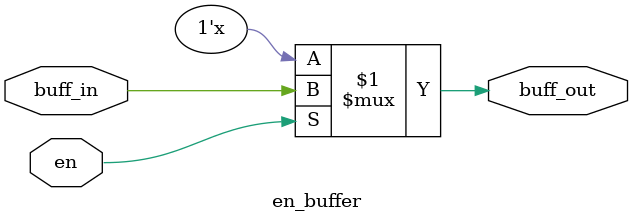
<source format=v>
module en_buffer(en,buff_in,buff_out);

   parameter NrOfBits = 1;
	
	input en;
	input [NrOfBits-1:0] buff_in;
	
	output [NrOfBits-1:0] buff_out;
	
	assign buff_out = (en)? buff_in:{NrOfBits{1'bZ}};
	
endmodule
</source>
